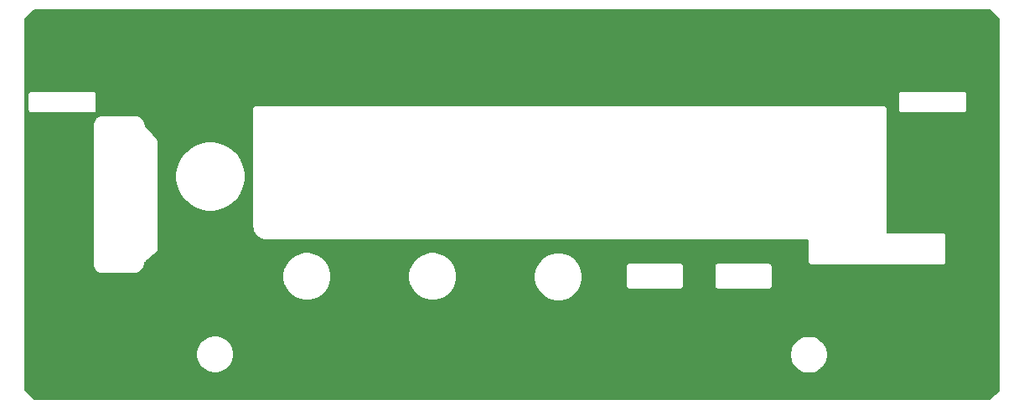
<source format=gbr>
%TF.GenerationSoftware,KiCad,Pcbnew,(5.1.12)-1*%
%TF.CreationDate,2022-03-08T20:54:57+00:00*%
%TF.ProjectId,RGBtoHDMI CDTV v2 - Face Plate,52474274-6f48-4444-9d49-204344545620,1*%
%TF.SameCoordinates,Original*%
%TF.FileFunction,Copper,L2,Bot*%
%TF.FilePolarity,Positive*%
%FSLAX46Y46*%
G04 Gerber Fmt 4.6, Leading zero omitted, Abs format (unit mm)*
G04 Created by KiCad (PCBNEW (5.1.12)-1) date 2022-03-08 20:54:57*
%MOMM*%
%LPD*%
G01*
G04 APERTURE LIST*
%TA.AperFunction,NonConductor*%
%ADD10C,0.200000*%
%TD*%
%TA.AperFunction,NonConductor*%
%ADD11C,0.100000*%
%TD*%
G04 APERTURE END LIST*
D10*
X168673900Y-61243729D02*
X168673901Y-98782367D01*
X167749971Y-99674800D01*
X71219832Y-99674800D01*
X70327400Y-98750871D01*
X70327400Y-94948566D01*
X87609600Y-94948566D01*
X87609600Y-95322834D01*
X87682616Y-95689909D01*
X87825842Y-96035687D01*
X88033774Y-96346879D01*
X88298421Y-96611526D01*
X88609613Y-96819458D01*
X88955391Y-96962684D01*
X89322466Y-97035700D01*
X89696734Y-97035700D01*
X90063809Y-96962684D01*
X90409587Y-96819458D01*
X90720779Y-96611526D01*
X90985426Y-96346879D01*
X91193358Y-96035687D01*
X91336584Y-95689909D01*
X91409600Y-95322834D01*
X91409600Y-94986666D01*
X147579000Y-94986666D01*
X147579000Y-95360934D01*
X147652016Y-95728009D01*
X147795242Y-96073787D01*
X148003174Y-96384979D01*
X148267821Y-96649626D01*
X148579013Y-96857558D01*
X148924791Y-97000784D01*
X149291866Y-97073800D01*
X149666134Y-97073800D01*
X150033209Y-97000784D01*
X150378987Y-96857558D01*
X150690179Y-96649626D01*
X150954826Y-96384979D01*
X151162758Y-96073787D01*
X151305984Y-95728009D01*
X151379000Y-95360934D01*
X151379000Y-94986666D01*
X151305984Y-94619591D01*
X151162758Y-94273813D01*
X150954826Y-93962621D01*
X150690179Y-93697974D01*
X150378987Y-93490042D01*
X150033209Y-93346816D01*
X149666134Y-93273800D01*
X149291866Y-93273800D01*
X148924791Y-93346816D01*
X148579013Y-93490042D01*
X148267821Y-93697974D01*
X148003174Y-93962621D01*
X147795242Y-94273813D01*
X147652016Y-94619591D01*
X147579000Y-94986666D01*
X91409600Y-94986666D01*
X91409600Y-94948566D01*
X91336584Y-94581491D01*
X91193358Y-94235713D01*
X90985426Y-93924521D01*
X90720779Y-93659874D01*
X90409587Y-93451942D01*
X90063809Y-93308716D01*
X89696734Y-93235700D01*
X89322466Y-93235700D01*
X88955391Y-93308716D01*
X88609613Y-93451942D01*
X88298421Y-93659874D01*
X88033774Y-93924521D01*
X87825842Y-94235713D01*
X87682616Y-94581491D01*
X87609600Y-94948566D01*
X70327400Y-94948566D01*
X70327400Y-87007696D01*
X96324000Y-87007696D01*
X96324000Y-87490304D01*
X96418152Y-87963639D01*
X96602838Y-88409510D01*
X96870960Y-88810784D01*
X97212216Y-89152040D01*
X97613490Y-89420162D01*
X98059361Y-89604848D01*
X98532696Y-89699000D01*
X99015304Y-89699000D01*
X99488639Y-89604848D01*
X99934510Y-89420162D01*
X100335784Y-89152040D01*
X100677040Y-88810784D01*
X100945162Y-88409510D01*
X101129848Y-87963639D01*
X101224000Y-87490304D01*
X101224000Y-87007696D01*
X109024000Y-87007696D01*
X109024000Y-87490304D01*
X109118152Y-87963639D01*
X109302838Y-88409510D01*
X109570960Y-88810784D01*
X109912216Y-89152040D01*
X110313490Y-89420162D01*
X110759361Y-89604848D01*
X111232696Y-89699000D01*
X111715304Y-89699000D01*
X112188639Y-89604848D01*
X112634510Y-89420162D01*
X113035784Y-89152040D01*
X113377040Y-88810784D01*
X113645162Y-88409510D01*
X113829848Y-87963639D01*
X113924000Y-87490304D01*
X113924000Y-87058496D01*
X121724000Y-87058496D01*
X121724000Y-87541104D01*
X121818152Y-88014439D01*
X122002838Y-88460310D01*
X122270960Y-88861584D01*
X122612216Y-89202840D01*
X123013490Y-89470962D01*
X123459361Y-89655648D01*
X123932696Y-89749800D01*
X124415304Y-89749800D01*
X124888639Y-89655648D01*
X125334510Y-89470962D01*
X125735784Y-89202840D01*
X126077040Y-88861584D01*
X126345162Y-88460310D01*
X126529848Y-88014439D01*
X126624000Y-87541104D01*
X126624000Y-87058496D01*
X126529848Y-86585161D01*
X126373457Y-86207600D01*
X131016828Y-86207600D01*
X131018400Y-86223561D01*
X131018401Y-88198229D01*
X131016828Y-88214200D01*
X131023103Y-88277911D01*
X131041687Y-88339174D01*
X131071865Y-88395634D01*
X131112479Y-88445121D01*
X131161966Y-88485735D01*
X131218426Y-88515913D01*
X131279689Y-88534497D01*
X131327439Y-88539200D01*
X131327440Y-88539200D01*
X131343400Y-88540772D01*
X131359361Y-88539200D01*
X136509039Y-88539200D01*
X136525000Y-88540772D01*
X136540960Y-88539200D01*
X136540961Y-88539200D01*
X136588711Y-88534497D01*
X136649974Y-88515913D01*
X136706434Y-88485735D01*
X136755921Y-88445121D01*
X136796535Y-88395634D01*
X136826713Y-88339174D01*
X136845297Y-88277911D01*
X136851572Y-88214200D01*
X136850000Y-88198239D01*
X136850000Y-86223561D01*
X136850321Y-86220300D01*
X139957628Y-86220300D01*
X139959200Y-86236261D01*
X139959201Y-88210929D01*
X139957628Y-88226900D01*
X139963903Y-88290611D01*
X139982487Y-88351874D01*
X140012665Y-88408334D01*
X140053279Y-88457821D01*
X140102766Y-88498435D01*
X140159226Y-88528613D01*
X140220489Y-88547197D01*
X140268239Y-88551900D01*
X140268240Y-88551900D01*
X140284200Y-88553472D01*
X140300161Y-88551900D01*
X145449839Y-88551900D01*
X145465800Y-88553472D01*
X145481760Y-88551900D01*
X145481761Y-88551900D01*
X145529511Y-88547197D01*
X145590774Y-88528613D01*
X145647234Y-88498435D01*
X145696721Y-88457821D01*
X145737335Y-88408334D01*
X145767513Y-88351874D01*
X145786097Y-88290611D01*
X145792372Y-88226900D01*
X145790800Y-88210939D01*
X145790800Y-86236261D01*
X145792372Y-86220300D01*
X145786097Y-86156589D01*
X145767513Y-86095326D01*
X145737335Y-86038866D01*
X145696721Y-85989379D01*
X145647234Y-85948765D01*
X145590774Y-85918587D01*
X145529511Y-85900003D01*
X145481761Y-85895300D01*
X145465800Y-85893728D01*
X145449840Y-85895300D01*
X140300160Y-85895300D01*
X140284200Y-85893728D01*
X140268239Y-85895300D01*
X140220489Y-85900003D01*
X140159226Y-85918587D01*
X140102766Y-85948765D01*
X140053279Y-85989379D01*
X140012665Y-86038866D01*
X139982487Y-86095326D01*
X139963903Y-86156589D01*
X139957628Y-86220300D01*
X136850321Y-86220300D01*
X136851572Y-86207600D01*
X136845297Y-86143889D01*
X136826713Y-86082626D01*
X136796535Y-86026166D01*
X136755921Y-85976679D01*
X136706434Y-85936065D01*
X136649974Y-85905887D01*
X136588711Y-85887303D01*
X136540961Y-85882600D01*
X136525000Y-85881028D01*
X136509040Y-85882600D01*
X131359360Y-85882600D01*
X131343400Y-85881028D01*
X131327439Y-85882600D01*
X131279689Y-85887303D01*
X131218426Y-85905887D01*
X131161966Y-85936065D01*
X131112479Y-85976679D01*
X131071865Y-86026166D01*
X131041687Y-86082626D01*
X131023103Y-86143889D01*
X131016828Y-86207600D01*
X126373457Y-86207600D01*
X126345162Y-86139290D01*
X126077040Y-85738016D01*
X125735784Y-85396760D01*
X125334510Y-85128638D01*
X124888639Y-84943952D01*
X124415304Y-84849800D01*
X123932696Y-84849800D01*
X123459361Y-84943952D01*
X123013490Y-85128638D01*
X122612216Y-85396760D01*
X122270960Y-85738016D01*
X122002838Y-86139290D01*
X121818152Y-86585161D01*
X121724000Y-87058496D01*
X113924000Y-87058496D01*
X113924000Y-87007696D01*
X113829848Y-86534361D01*
X113645162Y-86088490D01*
X113377040Y-85687216D01*
X113035784Y-85345960D01*
X112634510Y-85077838D01*
X112188639Y-84893152D01*
X111715304Y-84799000D01*
X111232696Y-84799000D01*
X110759361Y-84893152D01*
X110313490Y-85077838D01*
X109912216Y-85345960D01*
X109570960Y-85687216D01*
X109302838Y-86088490D01*
X109118152Y-86534361D01*
X109024000Y-87007696D01*
X101224000Y-87007696D01*
X101129848Y-86534361D01*
X100945162Y-86088490D01*
X100677040Y-85687216D01*
X100335784Y-85345960D01*
X99934510Y-85077838D01*
X99488639Y-84893152D01*
X99015304Y-84799000D01*
X98532696Y-84799000D01*
X98059361Y-84893152D01*
X97613490Y-85077838D01*
X97212216Y-85345960D01*
X96870960Y-85687216D01*
X96602838Y-86088490D01*
X96418152Y-86534361D01*
X96324000Y-87007696D01*
X70327400Y-87007696D01*
X70327400Y-86045760D01*
X77145000Y-86045760D01*
X77146380Y-86059774D01*
X77146353Y-86063690D01*
X77146796Y-86068207D01*
X77159751Y-86191458D01*
X77165671Y-86220296D01*
X77171193Y-86249244D01*
X77172504Y-86253589D01*
X77209151Y-86371976D01*
X77220575Y-86399152D01*
X77231601Y-86426442D01*
X77233731Y-86430449D01*
X77292675Y-86539464D01*
X77309152Y-86563892D01*
X77325276Y-86588532D01*
X77328144Y-86592049D01*
X77407140Y-86687539D01*
X77428031Y-86708285D01*
X77448650Y-86729340D01*
X77452147Y-86732233D01*
X77548185Y-86810561D01*
X77572719Y-86826861D01*
X77597025Y-86843504D01*
X77601017Y-86845663D01*
X77710441Y-86903845D01*
X77737681Y-86915072D01*
X77764749Y-86926673D01*
X77769084Y-86928016D01*
X77887725Y-86963836D01*
X77916646Y-86969562D01*
X77945435Y-86975681D01*
X77949948Y-86976156D01*
X78073286Y-86988249D01*
X78073292Y-86988249D01*
X78089039Y-86989800D01*
X81295961Y-86989800D01*
X81300251Y-86989377D01*
X81327838Y-86988646D01*
X81345626Y-86986424D01*
X81363534Y-86985725D01*
X81368026Y-86985075D01*
X81510914Y-86963373D01*
X81539448Y-86956133D01*
X81568115Y-86949285D01*
X81572394Y-86947775D01*
X81708345Y-86898733D01*
X81734937Y-86886085D01*
X81761722Y-86873802D01*
X81765627Y-86871489D01*
X81889463Y-86796974D01*
X81913098Y-86779397D01*
X81936979Y-86762151D01*
X81940361Y-86759124D01*
X82047365Y-86661975D01*
X82067124Y-86640156D01*
X82087212Y-86618586D01*
X82089941Y-86614960D01*
X82173329Y-86502530D01*
X82190250Y-86481014D01*
X82211983Y-86438237D01*
X82380563Y-86006030D01*
X82383924Y-85994058D01*
X82410420Y-85906903D01*
X82439940Y-85851639D01*
X82484233Y-85797543D01*
X82517093Y-85767925D01*
X83650621Y-84752560D01*
X83669921Y-84736721D01*
X83684565Y-84718878D01*
X83700163Y-84701869D01*
X83704829Y-84694187D01*
X83710535Y-84687234D01*
X83721419Y-84666871D01*
X83733396Y-84647151D01*
X83736474Y-84638704D01*
X83740713Y-84630774D01*
X83747411Y-84608692D01*
X83755316Y-84587002D01*
X83756687Y-84578114D01*
X83759297Y-84569511D01*
X83761561Y-84546529D01*
X83765078Y-84523731D01*
X83764000Y-84498804D01*
X83764000Y-76792329D01*
X85499070Y-76792329D01*
X85499070Y-77487271D01*
X85634647Y-78168859D01*
X85900589Y-78810901D01*
X86286678Y-79388724D01*
X86778076Y-79880122D01*
X87355899Y-80266211D01*
X87997941Y-80532153D01*
X88679529Y-80667730D01*
X89374471Y-80667730D01*
X90056059Y-80532153D01*
X90698101Y-80266211D01*
X91275924Y-79880122D01*
X91767322Y-79388724D01*
X92153411Y-78810901D01*
X92419353Y-78168859D01*
X92554930Y-77487271D01*
X92554930Y-76792329D01*
X92419353Y-76110741D01*
X92153411Y-75468699D01*
X91767322Y-74890876D01*
X91275924Y-74399478D01*
X90698101Y-74013389D01*
X90056059Y-73747447D01*
X89374471Y-73611870D01*
X88679529Y-73611870D01*
X87997941Y-73747447D01*
X87355899Y-74013389D01*
X86778076Y-74399478D01*
X86286678Y-74890876D01*
X85900589Y-75468699D01*
X85634647Y-76110741D01*
X85499070Y-76792329D01*
X83764000Y-76792329D01*
X83764000Y-73609963D01*
X83764933Y-73604207D01*
X83764000Y-73578038D01*
X83764000Y-73567839D01*
X83763430Y-73562053D01*
X83762652Y-73540228D01*
X83760300Y-73530272D01*
X83759297Y-73520089D01*
X83752956Y-73499185D01*
X83747933Y-73477924D01*
X83743683Y-73468617D01*
X83740713Y-73458826D01*
X83730412Y-73439553D01*
X83721341Y-73419689D01*
X83715361Y-73411395D01*
X83710535Y-73402366D01*
X83696676Y-73385479D01*
X83693280Y-73380769D01*
X83686538Y-73373127D01*
X83669921Y-73352879D01*
X83665413Y-73349179D01*
X82659844Y-72209280D01*
X82651539Y-72201547D01*
X82587445Y-72138400D01*
X82552205Y-72086598D01*
X82524857Y-72022252D01*
X82520823Y-72006508D01*
X82520533Y-72002765D01*
X82507563Y-71956570D01*
X82338983Y-71524363D01*
X82317250Y-71481586D01*
X82307474Y-71469156D01*
X82295087Y-71449697D01*
X82284026Y-71435580D01*
X82274212Y-71420584D01*
X82271344Y-71417067D01*
X82179219Y-71305708D01*
X82158327Y-71284962D01*
X82137710Y-71263909D01*
X82134214Y-71261016D01*
X82022215Y-71169671D01*
X81997678Y-71153369D01*
X81973373Y-71136727D01*
X81969381Y-71134569D01*
X81841771Y-71066718D01*
X81814553Y-71055499D01*
X81787466Y-71043890D01*
X81783131Y-71042548D01*
X81644773Y-71000775D01*
X81615891Y-70995056D01*
X81587064Y-70988929D01*
X81582551Y-70988454D01*
X81438714Y-70974351D01*
X81438708Y-70974351D01*
X81422961Y-70972800D01*
X78089039Y-70972800D01*
X78075025Y-70974180D01*
X78071110Y-70974153D01*
X78066593Y-70974596D01*
X77943342Y-70987551D01*
X77914510Y-70993470D01*
X77885556Y-70998993D01*
X77881211Y-71000304D01*
X77762823Y-71036951D01*
X77735634Y-71048380D01*
X77708358Y-71059401D01*
X77704350Y-71061531D01*
X77595336Y-71120475D01*
X77570926Y-71136940D01*
X77546267Y-71153076D01*
X77542750Y-71155944D01*
X77447261Y-71234940D01*
X77426515Y-71255831D01*
X77405459Y-71276451D01*
X77402566Y-71279947D01*
X77324239Y-71375986D01*
X77307939Y-71400520D01*
X77291296Y-71424826D01*
X77289137Y-71428818D01*
X77230955Y-71538241D01*
X77219736Y-71565463D01*
X77208126Y-71592550D01*
X77206784Y-71596885D01*
X77170964Y-71715525D01*
X77165237Y-71744453D01*
X77159119Y-71773235D01*
X77158644Y-71777748D01*
X77146551Y-71901087D01*
X77146551Y-71901102D01*
X77145001Y-71916839D01*
X77145000Y-86045760D01*
X70327400Y-86045760D01*
X70327400Y-68808600D01*
X70590228Y-68808600D01*
X70591800Y-68824561D01*
X70591801Y-70392829D01*
X70590228Y-70408800D01*
X70596503Y-70472511D01*
X70615087Y-70533774D01*
X70645265Y-70590234D01*
X70685879Y-70639721D01*
X70735366Y-70680335D01*
X70791826Y-70710513D01*
X70853089Y-70729097D01*
X70900839Y-70733800D01*
X70900840Y-70733800D01*
X70916800Y-70735372D01*
X70932761Y-70733800D01*
X77200039Y-70733800D01*
X77216000Y-70735372D01*
X77231960Y-70733800D01*
X77231961Y-70733800D01*
X77279711Y-70729097D01*
X77340974Y-70710513D01*
X77397434Y-70680335D01*
X77446921Y-70639721D01*
X77487535Y-70590234D01*
X77517713Y-70533774D01*
X77536297Y-70472511D01*
X77542572Y-70408800D01*
X77541000Y-70392839D01*
X77541000Y-70281800D01*
X93272428Y-70281800D01*
X93274001Y-70297771D01*
X93274000Y-82235760D01*
X93275407Y-82250045D01*
X93275363Y-82256349D01*
X93275805Y-82260865D01*
X93296532Y-82458067D01*
X93302461Y-82486947D01*
X93307975Y-82515855D01*
X93309286Y-82520199D01*
X93367921Y-82709621D01*
X93379340Y-82736785D01*
X93390371Y-82764087D01*
X93392501Y-82768094D01*
X93486812Y-82942518D01*
X93503263Y-82966907D01*
X93519413Y-82991586D01*
X93522281Y-82995103D01*
X93648675Y-83147887D01*
X93669585Y-83168651D01*
X93690186Y-83189688D01*
X93693682Y-83192581D01*
X93847344Y-83317905D01*
X93871871Y-83334200D01*
X93896183Y-83350847D01*
X93900175Y-83353006D01*
X94075253Y-83446097D01*
X94102513Y-83457332D01*
X94129563Y-83468926D01*
X94133898Y-83470268D01*
X94323724Y-83527579D01*
X94352618Y-83533300D01*
X94381430Y-83539424D01*
X94385943Y-83539899D01*
X94583284Y-83559249D01*
X94583292Y-83559249D01*
X94599039Y-83560800D01*
X149408000Y-83560800D01*
X149408001Y-85759829D01*
X149406428Y-85775800D01*
X149412703Y-85839511D01*
X149431287Y-85900774D01*
X149461465Y-85957234D01*
X149502079Y-86006721D01*
X149551566Y-86047335D01*
X149608026Y-86077513D01*
X149669289Y-86096097D01*
X149717039Y-86100800D01*
X149717040Y-86100800D01*
X149733000Y-86102372D01*
X149748961Y-86100800D01*
X163052040Y-86100800D01*
X163068000Y-86102372D01*
X163113111Y-86097929D01*
X163131711Y-86096097D01*
X163192974Y-86077513D01*
X163249434Y-86047335D01*
X163298921Y-86006721D01*
X163339535Y-85957234D01*
X163369713Y-85900774D01*
X163388297Y-85839511D01*
X163394572Y-85775800D01*
X163393000Y-85759839D01*
X163393000Y-83124761D01*
X163394572Y-83108800D01*
X163388297Y-83045089D01*
X163369713Y-82983826D01*
X163339535Y-82927366D01*
X163298921Y-82877879D01*
X163249434Y-82837265D01*
X163192974Y-82807087D01*
X163131711Y-82788503D01*
X163083961Y-82783800D01*
X163083960Y-82783800D01*
X163068000Y-82782228D01*
X163052039Y-82783800D01*
X157424000Y-82783800D01*
X157424000Y-70297761D01*
X157425572Y-70281800D01*
X157419297Y-70218089D01*
X157400713Y-70156826D01*
X157370535Y-70100366D01*
X157329921Y-70050879D01*
X157280434Y-70010265D01*
X157223974Y-69980087D01*
X157162711Y-69961503D01*
X157114961Y-69956800D01*
X157114960Y-69956800D01*
X157099000Y-69955228D01*
X157083039Y-69956800D01*
X93614961Y-69956800D01*
X93599000Y-69955228D01*
X93583040Y-69956800D01*
X93583039Y-69956800D01*
X93535289Y-69961503D01*
X93474026Y-69980087D01*
X93417566Y-70010265D01*
X93368079Y-70050879D01*
X93327465Y-70100366D01*
X93297287Y-70156826D01*
X93278703Y-70218089D01*
X93272428Y-70281800D01*
X77541000Y-70281800D01*
X77541000Y-68824561D01*
X77542572Y-68808600D01*
X77541322Y-68795900D01*
X158525028Y-68795900D01*
X158526600Y-68811861D01*
X158526601Y-70380129D01*
X158525028Y-70396100D01*
X158531303Y-70459811D01*
X158549887Y-70521074D01*
X158580065Y-70577534D01*
X158620679Y-70627021D01*
X158670166Y-70667635D01*
X158726626Y-70697813D01*
X158787889Y-70716397D01*
X158835639Y-70721100D01*
X158835640Y-70721100D01*
X158851600Y-70722672D01*
X158867561Y-70721100D01*
X165134839Y-70721100D01*
X165150800Y-70722672D01*
X165166760Y-70721100D01*
X165166761Y-70721100D01*
X165214511Y-70716397D01*
X165275774Y-70697813D01*
X165332234Y-70667635D01*
X165381721Y-70627021D01*
X165422335Y-70577534D01*
X165452513Y-70521074D01*
X165471097Y-70459811D01*
X165477372Y-70396100D01*
X165475800Y-70380139D01*
X165475800Y-68811861D01*
X165477372Y-68795900D01*
X165471097Y-68732189D01*
X165452513Y-68670926D01*
X165422335Y-68614466D01*
X165381721Y-68564979D01*
X165332234Y-68524365D01*
X165275774Y-68494187D01*
X165214511Y-68475603D01*
X165166761Y-68470900D01*
X165150800Y-68469328D01*
X165134840Y-68470900D01*
X158867560Y-68470900D01*
X158851600Y-68469328D01*
X158835639Y-68470900D01*
X158787889Y-68475603D01*
X158726626Y-68494187D01*
X158670166Y-68524365D01*
X158620679Y-68564979D01*
X158580065Y-68614466D01*
X158549887Y-68670926D01*
X158531303Y-68732189D01*
X158525028Y-68795900D01*
X77541322Y-68795900D01*
X77536297Y-68744889D01*
X77517713Y-68683626D01*
X77487535Y-68627166D01*
X77446921Y-68577679D01*
X77397434Y-68537065D01*
X77340974Y-68506887D01*
X77279711Y-68488303D01*
X77231961Y-68483600D01*
X77216000Y-68482028D01*
X77200040Y-68483600D01*
X70932760Y-68483600D01*
X70916800Y-68482028D01*
X70900839Y-68483600D01*
X70853089Y-68488303D01*
X70791826Y-68506887D01*
X70735366Y-68537065D01*
X70685879Y-68577679D01*
X70645265Y-68627166D01*
X70615087Y-68683626D01*
X70596503Y-68744889D01*
X70590228Y-68808600D01*
X70327400Y-68808600D01*
X70327400Y-61224932D01*
X71251347Y-60332483D01*
X167781485Y-60319817D01*
X168673900Y-61243729D01*
%TA.AperFunction,NonConductor*%
D11*
G36*
X168673900Y-61243729D02*
G01*
X168673901Y-98782367D01*
X167749971Y-99674800D01*
X71219832Y-99674800D01*
X70327400Y-98750871D01*
X70327400Y-94948566D01*
X87609600Y-94948566D01*
X87609600Y-95322834D01*
X87682616Y-95689909D01*
X87825842Y-96035687D01*
X88033774Y-96346879D01*
X88298421Y-96611526D01*
X88609613Y-96819458D01*
X88955391Y-96962684D01*
X89322466Y-97035700D01*
X89696734Y-97035700D01*
X90063809Y-96962684D01*
X90409587Y-96819458D01*
X90720779Y-96611526D01*
X90985426Y-96346879D01*
X91193358Y-96035687D01*
X91336584Y-95689909D01*
X91409600Y-95322834D01*
X91409600Y-94986666D01*
X147579000Y-94986666D01*
X147579000Y-95360934D01*
X147652016Y-95728009D01*
X147795242Y-96073787D01*
X148003174Y-96384979D01*
X148267821Y-96649626D01*
X148579013Y-96857558D01*
X148924791Y-97000784D01*
X149291866Y-97073800D01*
X149666134Y-97073800D01*
X150033209Y-97000784D01*
X150378987Y-96857558D01*
X150690179Y-96649626D01*
X150954826Y-96384979D01*
X151162758Y-96073787D01*
X151305984Y-95728009D01*
X151379000Y-95360934D01*
X151379000Y-94986666D01*
X151305984Y-94619591D01*
X151162758Y-94273813D01*
X150954826Y-93962621D01*
X150690179Y-93697974D01*
X150378987Y-93490042D01*
X150033209Y-93346816D01*
X149666134Y-93273800D01*
X149291866Y-93273800D01*
X148924791Y-93346816D01*
X148579013Y-93490042D01*
X148267821Y-93697974D01*
X148003174Y-93962621D01*
X147795242Y-94273813D01*
X147652016Y-94619591D01*
X147579000Y-94986666D01*
X91409600Y-94986666D01*
X91409600Y-94948566D01*
X91336584Y-94581491D01*
X91193358Y-94235713D01*
X90985426Y-93924521D01*
X90720779Y-93659874D01*
X90409587Y-93451942D01*
X90063809Y-93308716D01*
X89696734Y-93235700D01*
X89322466Y-93235700D01*
X88955391Y-93308716D01*
X88609613Y-93451942D01*
X88298421Y-93659874D01*
X88033774Y-93924521D01*
X87825842Y-94235713D01*
X87682616Y-94581491D01*
X87609600Y-94948566D01*
X70327400Y-94948566D01*
X70327400Y-87007696D01*
X96324000Y-87007696D01*
X96324000Y-87490304D01*
X96418152Y-87963639D01*
X96602838Y-88409510D01*
X96870960Y-88810784D01*
X97212216Y-89152040D01*
X97613490Y-89420162D01*
X98059361Y-89604848D01*
X98532696Y-89699000D01*
X99015304Y-89699000D01*
X99488639Y-89604848D01*
X99934510Y-89420162D01*
X100335784Y-89152040D01*
X100677040Y-88810784D01*
X100945162Y-88409510D01*
X101129848Y-87963639D01*
X101224000Y-87490304D01*
X101224000Y-87007696D01*
X109024000Y-87007696D01*
X109024000Y-87490304D01*
X109118152Y-87963639D01*
X109302838Y-88409510D01*
X109570960Y-88810784D01*
X109912216Y-89152040D01*
X110313490Y-89420162D01*
X110759361Y-89604848D01*
X111232696Y-89699000D01*
X111715304Y-89699000D01*
X112188639Y-89604848D01*
X112634510Y-89420162D01*
X113035784Y-89152040D01*
X113377040Y-88810784D01*
X113645162Y-88409510D01*
X113829848Y-87963639D01*
X113924000Y-87490304D01*
X113924000Y-87058496D01*
X121724000Y-87058496D01*
X121724000Y-87541104D01*
X121818152Y-88014439D01*
X122002838Y-88460310D01*
X122270960Y-88861584D01*
X122612216Y-89202840D01*
X123013490Y-89470962D01*
X123459361Y-89655648D01*
X123932696Y-89749800D01*
X124415304Y-89749800D01*
X124888639Y-89655648D01*
X125334510Y-89470962D01*
X125735784Y-89202840D01*
X126077040Y-88861584D01*
X126345162Y-88460310D01*
X126529848Y-88014439D01*
X126624000Y-87541104D01*
X126624000Y-87058496D01*
X126529848Y-86585161D01*
X126373457Y-86207600D01*
X131016828Y-86207600D01*
X131018400Y-86223561D01*
X131018401Y-88198229D01*
X131016828Y-88214200D01*
X131023103Y-88277911D01*
X131041687Y-88339174D01*
X131071865Y-88395634D01*
X131112479Y-88445121D01*
X131161966Y-88485735D01*
X131218426Y-88515913D01*
X131279689Y-88534497D01*
X131327439Y-88539200D01*
X131327440Y-88539200D01*
X131343400Y-88540772D01*
X131359361Y-88539200D01*
X136509039Y-88539200D01*
X136525000Y-88540772D01*
X136540960Y-88539200D01*
X136540961Y-88539200D01*
X136588711Y-88534497D01*
X136649974Y-88515913D01*
X136706434Y-88485735D01*
X136755921Y-88445121D01*
X136796535Y-88395634D01*
X136826713Y-88339174D01*
X136845297Y-88277911D01*
X136851572Y-88214200D01*
X136850000Y-88198239D01*
X136850000Y-86223561D01*
X136850321Y-86220300D01*
X139957628Y-86220300D01*
X139959200Y-86236261D01*
X139959201Y-88210929D01*
X139957628Y-88226900D01*
X139963903Y-88290611D01*
X139982487Y-88351874D01*
X140012665Y-88408334D01*
X140053279Y-88457821D01*
X140102766Y-88498435D01*
X140159226Y-88528613D01*
X140220489Y-88547197D01*
X140268239Y-88551900D01*
X140268240Y-88551900D01*
X140284200Y-88553472D01*
X140300161Y-88551900D01*
X145449839Y-88551900D01*
X145465800Y-88553472D01*
X145481760Y-88551900D01*
X145481761Y-88551900D01*
X145529511Y-88547197D01*
X145590774Y-88528613D01*
X145647234Y-88498435D01*
X145696721Y-88457821D01*
X145737335Y-88408334D01*
X145767513Y-88351874D01*
X145786097Y-88290611D01*
X145792372Y-88226900D01*
X145790800Y-88210939D01*
X145790800Y-86236261D01*
X145792372Y-86220300D01*
X145786097Y-86156589D01*
X145767513Y-86095326D01*
X145737335Y-86038866D01*
X145696721Y-85989379D01*
X145647234Y-85948765D01*
X145590774Y-85918587D01*
X145529511Y-85900003D01*
X145481761Y-85895300D01*
X145465800Y-85893728D01*
X145449840Y-85895300D01*
X140300160Y-85895300D01*
X140284200Y-85893728D01*
X140268239Y-85895300D01*
X140220489Y-85900003D01*
X140159226Y-85918587D01*
X140102766Y-85948765D01*
X140053279Y-85989379D01*
X140012665Y-86038866D01*
X139982487Y-86095326D01*
X139963903Y-86156589D01*
X139957628Y-86220300D01*
X136850321Y-86220300D01*
X136851572Y-86207600D01*
X136845297Y-86143889D01*
X136826713Y-86082626D01*
X136796535Y-86026166D01*
X136755921Y-85976679D01*
X136706434Y-85936065D01*
X136649974Y-85905887D01*
X136588711Y-85887303D01*
X136540961Y-85882600D01*
X136525000Y-85881028D01*
X136509040Y-85882600D01*
X131359360Y-85882600D01*
X131343400Y-85881028D01*
X131327439Y-85882600D01*
X131279689Y-85887303D01*
X131218426Y-85905887D01*
X131161966Y-85936065D01*
X131112479Y-85976679D01*
X131071865Y-86026166D01*
X131041687Y-86082626D01*
X131023103Y-86143889D01*
X131016828Y-86207600D01*
X126373457Y-86207600D01*
X126345162Y-86139290D01*
X126077040Y-85738016D01*
X125735784Y-85396760D01*
X125334510Y-85128638D01*
X124888639Y-84943952D01*
X124415304Y-84849800D01*
X123932696Y-84849800D01*
X123459361Y-84943952D01*
X123013490Y-85128638D01*
X122612216Y-85396760D01*
X122270960Y-85738016D01*
X122002838Y-86139290D01*
X121818152Y-86585161D01*
X121724000Y-87058496D01*
X113924000Y-87058496D01*
X113924000Y-87007696D01*
X113829848Y-86534361D01*
X113645162Y-86088490D01*
X113377040Y-85687216D01*
X113035784Y-85345960D01*
X112634510Y-85077838D01*
X112188639Y-84893152D01*
X111715304Y-84799000D01*
X111232696Y-84799000D01*
X110759361Y-84893152D01*
X110313490Y-85077838D01*
X109912216Y-85345960D01*
X109570960Y-85687216D01*
X109302838Y-86088490D01*
X109118152Y-86534361D01*
X109024000Y-87007696D01*
X101224000Y-87007696D01*
X101129848Y-86534361D01*
X100945162Y-86088490D01*
X100677040Y-85687216D01*
X100335784Y-85345960D01*
X99934510Y-85077838D01*
X99488639Y-84893152D01*
X99015304Y-84799000D01*
X98532696Y-84799000D01*
X98059361Y-84893152D01*
X97613490Y-85077838D01*
X97212216Y-85345960D01*
X96870960Y-85687216D01*
X96602838Y-86088490D01*
X96418152Y-86534361D01*
X96324000Y-87007696D01*
X70327400Y-87007696D01*
X70327400Y-86045760D01*
X77145000Y-86045760D01*
X77146380Y-86059774D01*
X77146353Y-86063690D01*
X77146796Y-86068207D01*
X77159751Y-86191458D01*
X77165671Y-86220296D01*
X77171193Y-86249244D01*
X77172504Y-86253589D01*
X77209151Y-86371976D01*
X77220575Y-86399152D01*
X77231601Y-86426442D01*
X77233731Y-86430449D01*
X77292675Y-86539464D01*
X77309152Y-86563892D01*
X77325276Y-86588532D01*
X77328144Y-86592049D01*
X77407140Y-86687539D01*
X77428031Y-86708285D01*
X77448650Y-86729340D01*
X77452147Y-86732233D01*
X77548185Y-86810561D01*
X77572719Y-86826861D01*
X77597025Y-86843504D01*
X77601017Y-86845663D01*
X77710441Y-86903845D01*
X77737681Y-86915072D01*
X77764749Y-86926673D01*
X77769084Y-86928016D01*
X77887725Y-86963836D01*
X77916646Y-86969562D01*
X77945435Y-86975681D01*
X77949948Y-86976156D01*
X78073286Y-86988249D01*
X78073292Y-86988249D01*
X78089039Y-86989800D01*
X81295961Y-86989800D01*
X81300251Y-86989377D01*
X81327838Y-86988646D01*
X81345626Y-86986424D01*
X81363534Y-86985725D01*
X81368026Y-86985075D01*
X81510914Y-86963373D01*
X81539448Y-86956133D01*
X81568115Y-86949285D01*
X81572394Y-86947775D01*
X81708345Y-86898733D01*
X81734937Y-86886085D01*
X81761722Y-86873802D01*
X81765627Y-86871489D01*
X81889463Y-86796974D01*
X81913098Y-86779397D01*
X81936979Y-86762151D01*
X81940361Y-86759124D01*
X82047365Y-86661975D01*
X82067124Y-86640156D01*
X82087212Y-86618586D01*
X82089941Y-86614960D01*
X82173329Y-86502530D01*
X82190250Y-86481014D01*
X82211983Y-86438237D01*
X82380563Y-86006030D01*
X82383924Y-85994058D01*
X82410420Y-85906903D01*
X82439940Y-85851639D01*
X82484233Y-85797543D01*
X82517093Y-85767925D01*
X83650621Y-84752560D01*
X83669921Y-84736721D01*
X83684565Y-84718878D01*
X83700163Y-84701869D01*
X83704829Y-84694187D01*
X83710535Y-84687234D01*
X83721419Y-84666871D01*
X83733396Y-84647151D01*
X83736474Y-84638704D01*
X83740713Y-84630774D01*
X83747411Y-84608692D01*
X83755316Y-84587002D01*
X83756687Y-84578114D01*
X83759297Y-84569511D01*
X83761561Y-84546529D01*
X83765078Y-84523731D01*
X83764000Y-84498804D01*
X83764000Y-76792329D01*
X85499070Y-76792329D01*
X85499070Y-77487271D01*
X85634647Y-78168859D01*
X85900589Y-78810901D01*
X86286678Y-79388724D01*
X86778076Y-79880122D01*
X87355899Y-80266211D01*
X87997941Y-80532153D01*
X88679529Y-80667730D01*
X89374471Y-80667730D01*
X90056059Y-80532153D01*
X90698101Y-80266211D01*
X91275924Y-79880122D01*
X91767322Y-79388724D01*
X92153411Y-78810901D01*
X92419353Y-78168859D01*
X92554930Y-77487271D01*
X92554930Y-76792329D01*
X92419353Y-76110741D01*
X92153411Y-75468699D01*
X91767322Y-74890876D01*
X91275924Y-74399478D01*
X90698101Y-74013389D01*
X90056059Y-73747447D01*
X89374471Y-73611870D01*
X88679529Y-73611870D01*
X87997941Y-73747447D01*
X87355899Y-74013389D01*
X86778076Y-74399478D01*
X86286678Y-74890876D01*
X85900589Y-75468699D01*
X85634647Y-76110741D01*
X85499070Y-76792329D01*
X83764000Y-76792329D01*
X83764000Y-73609963D01*
X83764933Y-73604207D01*
X83764000Y-73578038D01*
X83764000Y-73567839D01*
X83763430Y-73562053D01*
X83762652Y-73540228D01*
X83760300Y-73530272D01*
X83759297Y-73520089D01*
X83752956Y-73499185D01*
X83747933Y-73477924D01*
X83743683Y-73468617D01*
X83740713Y-73458826D01*
X83730412Y-73439553D01*
X83721341Y-73419689D01*
X83715361Y-73411395D01*
X83710535Y-73402366D01*
X83696676Y-73385479D01*
X83693280Y-73380769D01*
X83686538Y-73373127D01*
X83669921Y-73352879D01*
X83665413Y-73349179D01*
X82659844Y-72209280D01*
X82651539Y-72201547D01*
X82587445Y-72138400D01*
X82552205Y-72086598D01*
X82524857Y-72022252D01*
X82520823Y-72006508D01*
X82520533Y-72002765D01*
X82507563Y-71956570D01*
X82338983Y-71524363D01*
X82317250Y-71481586D01*
X82307474Y-71469156D01*
X82295087Y-71449697D01*
X82284026Y-71435580D01*
X82274212Y-71420584D01*
X82271344Y-71417067D01*
X82179219Y-71305708D01*
X82158327Y-71284962D01*
X82137710Y-71263909D01*
X82134214Y-71261016D01*
X82022215Y-71169671D01*
X81997678Y-71153369D01*
X81973373Y-71136727D01*
X81969381Y-71134569D01*
X81841771Y-71066718D01*
X81814553Y-71055499D01*
X81787466Y-71043890D01*
X81783131Y-71042548D01*
X81644773Y-71000775D01*
X81615891Y-70995056D01*
X81587064Y-70988929D01*
X81582551Y-70988454D01*
X81438714Y-70974351D01*
X81438708Y-70974351D01*
X81422961Y-70972800D01*
X78089039Y-70972800D01*
X78075025Y-70974180D01*
X78071110Y-70974153D01*
X78066593Y-70974596D01*
X77943342Y-70987551D01*
X77914510Y-70993470D01*
X77885556Y-70998993D01*
X77881211Y-71000304D01*
X77762823Y-71036951D01*
X77735634Y-71048380D01*
X77708358Y-71059401D01*
X77704350Y-71061531D01*
X77595336Y-71120475D01*
X77570926Y-71136940D01*
X77546267Y-71153076D01*
X77542750Y-71155944D01*
X77447261Y-71234940D01*
X77426515Y-71255831D01*
X77405459Y-71276451D01*
X77402566Y-71279947D01*
X77324239Y-71375986D01*
X77307939Y-71400520D01*
X77291296Y-71424826D01*
X77289137Y-71428818D01*
X77230955Y-71538241D01*
X77219736Y-71565463D01*
X77208126Y-71592550D01*
X77206784Y-71596885D01*
X77170964Y-71715525D01*
X77165237Y-71744453D01*
X77159119Y-71773235D01*
X77158644Y-71777748D01*
X77146551Y-71901087D01*
X77146551Y-71901102D01*
X77145001Y-71916839D01*
X77145000Y-86045760D01*
X70327400Y-86045760D01*
X70327400Y-68808600D01*
X70590228Y-68808600D01*
X70591800Y-68824561D01*
X70591801Y-70392829D01*
X70590228Y-70408800D01*
X70596503Y-70472511D01*
X70615087Y-70533774D01*
X70645265Y-70590234D01*
X70685879Y-70639721D01*
X70735366Y-70680335D01*
X70791826Y-70710513D01*
X70853089Y-70729097D01*
X70900839Y-70733800D01*
X70900840Y-70733800D01*
X70916800Y-70735372D01*
X70932761Y-70733800D01*
X77200039Y-70733800D01*
X77216000Y-70735372D01*
X77231960Y-70733800D01*
X77231961Y-70733800D01*
X77279711Y-70729097D01*
X77340974Y-70710513D01*
X77397434Y-70680335D01*
X77446921Y-70639721D01*
X77487535Y-70590234D01*
X77517713Y-70533774D01*
X77536297Y-70472511D01*
X77542572Y-70408800D01*
X77541000Y-70392839D01*
X77541000Y-70281800D01*
X93272428Y-70281800D01*
X93274001Y-70297771D01*
X93274000Y-82235760D01*
X93275407Y-82250045D01*
X93275363Y-82256349D01*
X93275805Y-82260865D01*
X93296532Y-82458067D01*
X93302461Y-82486947D01*
X93307975Y-82515855D01*
X93309286Y-82520199D01*
X93367921Y-82709621D01*
X93379340Y-82736785D01*
X93390371Y-82764087D01*
X93392501Y-82768094D01*
X93486812Y-82942518D01*
X93503263Y-82966907D01*
X93519413Y-82991586D01*
X93522281Y-82995103D01*
X93648675Y-83147887D01*
X93669585Y-83168651D01*
X93690186Y-83189688D01*
X93693682Y-83192581D01*
X93847344Y-83317905D01*
X93871871Y-83334200D01*
X93896183Y-83350847D01*
X93900175Y-83353006D01*
X94075253Y-83446097D01*
X94102513Y-83457332D01*
X94129563Y-83468926D01*
X94133898Y-83470268D01*
X94323724Y-83527579D01*
X94352618Y-83533300D01*
X94381430Y-83539424D01*
X94385943Y-83539899D01*
X94583284Y-83559249D01*
X94583292Y-83559249D01*
X94599039Y-83560800D01*
X149408000Y-83560800D01*
X149408001Y-85759829D01*
X149406428Y-85775800D01*
X149412703Y-85839511D01*
X149431287Y-85900774D01*
X149461465Y-85957234D01*
X149502079Y-86006721D01*
X149551566Y-86047335D01*
X149608026Y-86077513D01*
X149669289Y-86096097D01*
X149717039Y-86100800D01*
X149717040Y-86100800D01*
X149733000Y-86102372D01*
X149748961Y-86100800D01*
X163052040Y-86100800D01*
X163068000Y-86102372D01*
X163113111Y-86097929D01*
X163131711Y-86096097D01*
X163192974Y-86077513D01*
X163249434Y-86047335D01*
X163298921Y-86006721D01*
X163339535Y-85957234D01*
X163369713Y-85900774D01*
X163388297Y-85839511D01*
X163394572Y-85775800D01*
X163393000Y-85759839D01*
X163393000Y-83124761D01*
X163394572Y-83108800D01*
X163388297Y-83045089D01*
X163369713Y-82983826D01*
X163339535Y-82927366D01*
X163298921Y-82877879D01*
X163249434Y-82837265D01*
X163192974Y-82807087D01*
X163131711Y-82788503D01*
X163083961Y-82783800D01*
X163083960Y-82783800D01*
X163068000Y-82782228D01*
X163052039Y-82783800D01*
X157424000Y-82783800D01*
X157424000Y-70297761D01*
X157425572Y-70281800D01*
X157419297Y-70218089D01*
X157400713Y-70156826D01*
X157370535Y-70100366D01*
X157329921Y-70050879D01*
X157280434Y-70010265D01*
X157223974Y-69980087D01*
X157162711Y-69961503D01*
X157114961Y-69956800D01*
X157114960Y-69956800D01*
X157099000Y-69955228D01*
X157083039Y-69956800D01*
X93614961Y-69956800D01*
X93599000Y-69955228D01*
X93583040Y-69956800D01*
X93583039Y-69956800D01*
X93535289Y-69961503D01*
X93474026Y-69980087D01*
X93417566Y-70010265D01*
X93368079Y-70050879D01*
X93327465Y-70100366D01*
X93297287Y-70156826D01*
X93278703Y-70218089D01*
X93272428Y-70281800D01*
X77541000Y-70281800D01*
X77541000Y-68824561D01*
X77542572Y-68808600D01*
X77541322Y-68795900D01*
X158525028Y-68795900D01*
X158526600Y-68811861D01*
X158526601Y-70380129D01*
X158525028Y-70396100D01*
X158531303Y-70459811D01*
X158549887Y-70521074D01*
X158580065Y-70577534D01*
X158620679Y-70627021D01*
X158670166Y-70667635D01*
X158726626Y-70697813D01*
X158787889Y-70716397D01*
X158835639Y-70721100D01*
X158835640Y-70721100D01*
X158851600Y-70722672D01*
X158867561Y-70721100D01*
X165134839Y-70721100D01*
X165150800Y-70722672D01*
X165166760Y-70721100D01*
X165166761Y-70721100D01*
X165214511Y-70716397D01*
X165275774Y-70697813D01*
X165332234Y-70667635D01*
X165381721Y-70627021D01*
X165422335Y-70577534D01*
X165452513Y-70521074D01*
X165471097Y-70459811D01*
X165477372Y-70396100D01*
X165475800Y-70380139D01*
X165475800Y-68811861D01*
X165477372Y-68795900D01*
X165471097Y-68732189D01*
X165452513Y-68670926D01*
X165422335Y-68614466D01*
X165381721Y-68564979D01*
X165332234Y-68524365D01*
X165275774Y-68494187D01*
X165214511Y-68475603D01*
X165166761Y-68470900D01*
X165150800Y-68469328D01*
X165134840Y-68470900D01*
X158867560Y-68470900D01*
X158851600Y-68469328D01*
X158835639Y-68470900D01*
X158787889Y-68475603D01*
X158726626Y-68494187D01*
X158670166Y-68524365D01*
X158620679Y-68564979D01*
X158580065Y-68614466D01*
X158549887Y-68670926D01*
X158531303Y-68732189D01*
X158525028Y-68795900D01*
X77541322Y-68795900D01*
X77536297Y-68744889D01*
X77517713Y-68683626D01*
X77487535Y-68627166D01*
X77446921Y-68577679D01*
X77397434Y-68537065D01*
X77340974Y-68506887D01*
X77279711Y-68488303D01*
X77231961Y-68483600D01*
X77216000Y-68482028D01*
X77200040Y-68483600D01*
X70932760Y-68483600D01*
X70916800Y-68482028D01*
X70900839Y-68483600D01*
X70853089Y-68488303D01*
X70791826Y-68506887D01*
X70735366Y-68537065D01*
X70685879Y-68577679D01*
X70645265Y-68627166D01*
X70615087Y-68683626D01*
X70596503Y-68744889D01*
X70590228Y-68808600D01*
X70327400Y-68808600D01*
X70327400Y-61224932D01*
X71251347Y-60332483D01*
X167781485Y-60319817D01*
X168673900Y-61243729D01*
G37*
%TD.AperFunction*%
M02*

</source>
